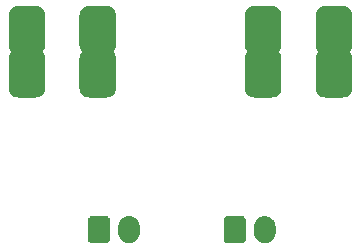
<source format=gbr>
G04 #@! TF.GenerationSoftware,KiCad,Pcbnew,7.0.8*
G04 #@! TF.CreationDate,2024-01-11T23:18:01-05:00*
G04 #@! TF.ProjectId,cm300-board,636d3330-302d-4626-9f61-72642e6b6963,rev?*
G04 #@! TF.SameCoordinates,Original*
G04 #@! TF.FileFunction,Soldermask,Bot*
G04 #@! TF.FilePolarity,Negative*
%FSLAX46Y46*%
G04 Gerber Fmt 4.6, Leading zero omitted, Abs format (unit mm)*
G04 Created by KiCad (PCBNEW 7.0.8) date 2024-01-11 23:18:01*
%MOMM*%
%LPD*%
G01*
G04 APERTURE LIST*
G04 APERTURE END LIST*
G36*
X-992351086Y1039470005D02*
G01*
X-992335270Y1039463021D01*
X-992327468Y1039461786D01*
X-992294967Y1039445226D01*
X-992249894Y1039425324D01*
X-992171676Y1039347106D01*
X-992151776Y1039302039D01*
X-992135213Y1039269531D01*
X-992133976Y1039261726D01*
X-992126995Y1039245914D01*
X-992119000Y1039177000D01*
X-992119000Y1037487000D01*
X-992126995Y1037418086D01*
X-992133976Y1037402274D01*
X-992135213Y1037394468D01*
X-992151780Y1037361953D01*
X-992171676Y1037316894D01*
X-992249894Y1037238676D01*
X-992294953Y1037218780D01*
X-992327468Y1037202213D01*
X-992335274Y1037200976D01*
X-992351086Y1037193995D01*
X-992420000Y1037186000D01*
X-992429836Y1037186000D01*
X-993650162Y1037186000D01*
X-993660000Y1037186000D01*
X-993728914Y1037193995D01*
X-993744726Y1037200976D01*
X-993752531Y1037202213D01*
X-993785039Y1037218776D01*
X-993830106Y1037238676D01*
X-993908324Y1037316894D01*
X-993928226Y1037361967D01*
X-993944786Y1037394468D01*
X-993946021Y1037402270D01*
X-993953005Y1037418086D01*
X-993961000Y1037487000D01*
X-993961000Y1039177000D01*
X-993953005Y1039245914D01*
X-993946021Y1039261729D01*
X-993944786Y1039269531D01*
X-993928229Y1039302024D01*
X-993908324Y1039347106D01*
X-993830106Y1039425324D01*
X-993785024Y1039445229D01*
X-993752531Y1039461786D01*
X-993744729Y1039463021D01*
X-993728914Y1039470005D01*
X-993660000Y1039478000D01*
X-992420000Y1039478000D01*
X-992351086Y1039470005D01*
G37*
G36*
X-980851086Y1039470005D02*
G01*
X-980835270Y1039463021D01*
X-980827468Y1039461786D01*
X-980794967Y1039445226D01*
X-980749894Y1039425324D01*
X-980671676Y1039347106D01*
X-980651776Y1039302039D01*
X-980635213Y1039269531D01*
X-980633976Y1039261726D01*
X-980626995Y1039245914D01*
X-980619000Y1039177000D01*
X-980619000Y1037487000D01*
X-980626995Y1037418086D01*
X-980633976Y1037402274D01*
X-980635213Y1037394468D01*
X-980651780Y1037361953D01*
X-980671676Y1037316894D01*
X-980749894Y1037238676D01*
X-980794953Y1037218780D01*
X-980827468Y1037202213D01*
X-980835274Y1037200976D01*
X-980851086Y1037193995D01*
X-980920000Y1037186000D01*
X-980929836Y1037186000D01*
X-982150162Y1037186000D01*
X-982160000Y1037186000D01*
X-982228914Y1037193995D01*
X-982244726Y1037200976D01*
X-982252531Y1037202213D01*
X-982285039Y1037218776D01*
X-982330106Y1037238676D01*
X-982408324Y1037316894D01*
X-982428226Y1037361967D01*
X-982444786Y1037394468D01*
X-982446021Y1037402270D01*
X-982453005Y1037418086D01*
X-982461000Y1037487000D01*
X-982461000Y1039177000D01*
X-982453005Y1039245914D01*
X-982446021Y1039261729D01*
X-982444786Y1039269531D01*
X-982428229Y1039302024D01*
X-982408324Y1039347106D01*
X-982330106Y1039425324D01*
X-982285024Y1039445229D01*
X-982252531Y1039461786D01*
X-982244729Y1039463021D01*
X-982228914Y1039470005D01*
X-982160000Y1039478000D01*
X-980920000Y1039478000D01*
X-980851086Y1039470005D01*
G37*
G36*
X-990454923Y1039472955D02*
G01*
X-990403729Y1039472955D01*
X-990359520Y1039463558D01*
X-990320442Y1039459709D01*
X-990271344Y1039444815D01*
X-990215395Y1039432923D01*
X-990179595Y1039416984D01*
X-990147777Y1039407332D01*
X-990097205Y1039380301D01*
X-990039500Y1039354609D01*
X-990012674Y1039335118D01*
X-989988656Y1039322281D01*
X-989939660Y1039282071D01*
X-989883731Y1039241436D01*
X-989865570Y1039221266D01*
X-989849182Y1039207817D01*
X-989805143Y1039154156D01*
X-989754895Y1039098350D01*
X-989744338Y1039080065D01*
X-989734718Y1039068343D01*
X-989699126Y1039001755D01*
X-989658625Y1038931604D01*
X-989653965Y1038917264D01*
X-989649667Y1038909222D01*
X-989625972Y1038831109D01*
X-989599126Y1038748487D01*
X-989598180Y1038739493D01*
X-989597290Y1038736557D01*
X-989588616Y1038648491D01*
X-989579000Y1038557000D01*
X-989579000Y1038107000D01*
X-989588614Y1038015523D01*
X-989597290Y1037927442D01*
X-989598180Y1037924505D01*
X-989599126Y1037915513D01*
X-989625967Y1037832904D01*
X-989649667Y1037754777D01*
X-989653966Y1037746732D01*
X-989658625Y1037732396D01*
X-989699119Y1037662256D01*
X-989734718Y1037595656D01*
X-989744340Y1037583930D01*
X-989754895Y1037565650D01*
X-989805134Y1037509853D01*
X-989849182Y1037456182D01*
X-989865573Y1037442729D01*
X-989883731Y1037422564D01*
X-989939650Y1037381936D01*
X-989988656Y1037341718D01*
X-990012679Y1037328877D01*
X-990039500Y1037309391D01*
X-990097194Y1037283703D01*
X-990147777Y1037256667D01*
X-990179602Y1037247012D01*
X-990215395Y1037231077D01*
X-990271333Y1037219186D01*
X-990320442Y1037204290D01*
X-990359529Y1037200439D01*
X-990403729Y1037191045D01*
X-990454913Y1037191045D01*
X-990500000Y1037186604D01*
X-990545087Y1037191045D01*
X-990596271Y1037191045D01*
X-990640471Y1037200440D01*
X-990679557Y1037204290D01*
X-990728663Y1037219186D01*
X-990784605Y1037231077D01*
X-990820399Y1037247013D01*
X-990852222Y1037256667D01*
X-990902799Y1037283700D01*
X-990960500Y1037309391D01*
X-990987323Y1037328879D01*
X-991011343Y1037341718D01*
X-991060341Y1037381929D01*
X-991116269Y1037422564D01*
X-991134429Y1037442732D01*
X-991150817Y1037456182D01*
X-991194854Y1037509841D01*
X-991245105Y1037565650D01*
X-991255661Y1037583934D01*
X-991265281Y1037595656D01*
X-991300867Y1037662233D01*
X-991341375Y1037732396D01*
X-991346034Y1037746737D01*
X-991350332Y1037754777D01*
X-991374017Y1037832857D01*
X-991400874Y1037915513D01*
X-991401819Y1037924510D01*
X-991402709Y1037927442D01*
X-991411377Y1038015444D01*
X-991421000Y1038107000D01*
X-991421000Y1038557000D01*
X-991411375Y1038648570D01*
X-991402709Y1038736557D01*
X-991401819Y1038739488D01*
X-991400874Y1038748487D01*
X-991374012Y1038831156D01*
X-991350332Y1038909222D01*
X-991346035Y1038917259D01*
X-991341375Y1038931604D01*
X-991300859Y1039001778D01*
X-991265281Y1039068343D01*
X-991255663Y1039080061D01*
X-991245105Y1039098350D01*
X-991194844Y1039154169D01*
X-991150817Y1039207817D01*
X-991134432Y1039221263D01*
X-991116269Y1039241436D01*
X-991060330Y1039282077D01*
X-991011343Y1039322281D01*
X-990987328Y1039335116D01*
X-990960500Y1039354609D01*
X-990902788Y1039380304D01*
X-990852222Y1039407332D01*
X-990820406Y1039416983D01*
X-990784605Y1039432923D01*
X-990728652Y1039444816D01*
X-990679557Y1039459709D01*
X-990640479Y1039463558D01*
X-990596271Y1039472955D01*
X-990545077Y1039472955D01*
X-990500000Y1039477395D01*
X-990454923Y1039472955D01*
G37*
G36*
X-978954923Y1039472955D02*
G01*
X-978903729Y1039472955D01*
X-978859520Y1039463558D01*
X-978820442Y1039459709D01*
X-978771344Y1039444815D01*
X-978715395Y1039432923D01*
X-978679595Y1039416984D01*
X-978647777Y1039407332D01*
X-978597205Y1039380301D01*
X-978539500Y1039354609D01*
X-978512674Y1039335118D01*
X-978488656Y1039322281D01*
X-978439660Y1039282071D01*
X-978383731Y1039241436D01*
X-978365570Y1039221266D01*
X-978349182Y1039207817D01*
X-978305143Y1039154156D01*
X-978254895Y1039098350D01*
X-978244338Y1039080065D01*
X-978234718Y1039068343D01*
X-978199126Y1039001755D01*
X-978158625Y1038931604D01*
X-978153965Y1038917264D01*
X-978149667Y1038909222D01*
X-978125972Y1038831109D01*
X-978099126Y1038748487D01*
X-978098180Y1038739493D01*
X-978097290Y1038736557D01*
X-978088616Y1038648491D01*
X-978079000Y1038557000D01*
X-978079000Y1038107000D01*
X-978088614Y1038015523D01*
X-978097290Y1037927442D01*
X-978098180Y1037924505D01*
X-978099126Y1037915513D01*
X-978125967Y1037832904D01*
X-978149667Y1037754777D01*
X-978153966Y1037746732D01*
X-978158625Y1037732396D01*
X-978199119Y1037662256D01*
X-978234718Y1037595656D01*
X-978244340Y1037583930D01*
X-978254895Y1037565650D01*
X-978305134Y1037509853D01*
X-978349182Y1037456182D01*
X-978365573Y1037442729D01*
X-978383731Y1037422564D01*
X-978439650Y1037381936D01*
X-978488656Y1037341718D01*
X-978512679Y1037328877D01*
X-978539500Y1037309391D01*
X-978597194Y1037283703D01*
X-978647777Y1037256667D01*
X-978679602Y1037247012D01*
X-978715395Y1037231077D01*
X-978771333Y1037219186D01*
X-978820442Y1037204290D01*
X-978859529Y1037200439D01*
X-978903729Y1037191045D01*
X-978954913Y1037191045D01*
X-979000000Y1037186604D01*
X-979045087Y1037191045D01*
X-979096271Y1037191045D01*
X-979140471Y1037200440D01*
X-979179557Y1037204290D01*
X-979228663Y1037219186D01*
X-979284605Y1037231077D01*
X-979320399Y1037247013D01*
X-979352222Y1037256667D01*
X-979402799Y1037283700D01*
X-979460500Y1037309391D01*
X-979487323Y1037328879D01*
X-979511343Y1037341718D01*
X-979560341Y1037381929D01*
X-979616269Y1037422564D01*
X-979634429Y1037442732D01*
X-979650817Y1037456182D01*
X-979694854Y1037509841D01*
X-979745105Y1037565650D01*
X-979755661Y1037583934D01*
X-979765281Y1037595656D01*
X-979800867Y1037662233D01*
X-979841375Y1037732396D01*
X-979846034Y1037746737D01*
X-979850332Y1037754777D01*
X-979874017Y1037832857D01*
X-979900874Y1037915513D01*
X-979901819Y1037924510D01*
X-979902709Y1037927442D01*
X-979911377Y1038015444D01*
X-979921000Y1038107000D01*
X-979921000Y1038557000D01*
X-979911375Y1038648570D01*
X-979902709Y1038736557D01*
X-979901819Y1038739488D01*
X-979900874Y1038748487D01*
X-979874012Y1038831156D01*
X-979850332Y1038909222D01*
X-979846035Y1038917259D01*
X-979841375Y1038931604D01*
X-979800859Y1039001778D01*
X-979765281Y1039068343D01*
X-979755663Y1039080061D01*
X-979745105Y1039098350D01*
X-979694844Y1039154169D01*
X-979650817Y1039207817D01*
X-979634432Y1039221263D01*
X-979616269Y1039241436D01*
X-979560330Y1039282077D01*
X-979511343Y1039322281D01*
X-979487328Y1039335116D01*
X-979460500Y1039354609D01*
X-979402788Y1039380304D01*
X-979352222Y1039407332D01*
X-979320406Y1039416983D01*
X-979284605Y1039432923D01*
X-979228652Y1039444816D01*
X-979179557Y1039459709D01*
X-979140479Y1039463558D01*
X-979096271Y1039472955D01*
X-979045077Y1039472955D01*
X-979000000Y1039477395D01*
X-978954923Y1039472955D01*
G37*
G36*
X-998378584Y1057269713D02*
G01*
X-998266398Y1057260885D01*
X-998241849Y1057254307D01*
X-998211761Y1057250917D01*
X-998154762Y1057230972D01*
X-998103195Y1057217155D01*
X-998076714Y1057203662D01*
X-998042459Y1057191676D01*
X-997996443Y1057162762D01*
X-997954115Y1057141195D01*
X-997926397Y1057118749D01*
X-997890585Y1057096247D01*
X-997856421Y1057062083D01*
X-997824094Y1057035905D01*
X-997797915Y1057003577D01*
X-997763753Y1056969415D01*
X-997741251Y1056933603D01*
X-997718804Y1056905884D01*
X-997697235Y1056863552D01*
X-997668324Y1056817541D01*
X-997656338Y1056783289D01*
X-997642844Y1056756804D01*
X-997629024Y1056705229D01*
X-997609083Y1056648239D01*
X-997605693Y1056618155D01*
X-997599114Y1056593601D01*
X-997590282Y1056481386D01*
X-997589000Y1056470000D01*
X-997589000Y1053970000D01*
X-997590282Y1053958613D01*
X-997599114Y1053846398D01*
X-997605693Y1053821842D01*
X-997609083Y1053791761D01*
X-997629023Y1053734774D01*
X-997642844Y1053683195D01*
X-997656339Y1053656708D01*
X-997668324Y1053622459D01*
X-997697234Y1053576448D01*
X-997718803Y1053534118D01*
X-997741250Y1053506398D01*
X-997763753Y1053470585D01*
X-997797913Y1053436424D01*
X-997799663Y1053434264D01*
X-997799663Y1053345736D01*
X-997797913Y1053343575D01*
X-997763753Y1053309415D01*
X-997741248Y1053273598D01*
X-997718803Y1053245881D01*
X-997697237Y1053203555D01*
X-997668324Y1053157541D01*
X-997656338Y1053123288D01*
X-997642844Y1053096804D01*
X-997629024Y1053045229D01*
X-997609083Y1052988239D01*
X-997605693Y1052958155D01*
X-997599114Y1052933601D01*
X-997590282Y1052821386D01*
X-997589000Y1052810000D01*
X-997589000Y1050310000D01*
X-997590282Y1050298613D01*
X-997599114Y1050186398D01*
X-997605693Y1050161842D01*
X-997609083Y1050131761D01*
X-997629023Y1050074774D01*
X-997642844Y1050023195D01*
X-997656339Y1049996707D01*
X-997668324Y1049962459D01*
X-997697232Y1049916451D01*
X-997718804Y1049874115D01*
X-997741254Y1049846391D01*
X-997763753Y1049810585D01*
X-997797910Y1049776427D01*
X-997824094Y1049744094D01*
X-997856427Y1049717910D01*
X-997890585Y1049683753D01*
X-997926391Y1049661254D01*
X-997954115Y1049638804D01*
X-997996451Y1049617232D01*
X-998042459Y1049588324D01*
X-998076707Y1049576339D01*
X-998103195Y1049562844D01*
X-998154774Y1049549023D01*
X-998211761Y1049529083D01*
X-998241842Y1049525693D01*
X-998266398Y1049519114D01*
X-998378615Y1049510282D01*
X-998390000Y1049509000D01*
X-998394915Y1049509000D01*
X-999885083Y1049509000D01*
X-999890000Y1049509000D01*
X-999901388Y1049510283D01*
X-1000013601Y1049519114D01*
X-1000038155Y1049525693D01*
X-1000068239Y1049529083D01*
X-1000125229Y1049549024D01*
X-1000176804Y1049562844D01*
X-1000203289Y1049576338D01*
X-1000237541Y1049588324D01*
X-1000283552Y1049617235D01*
X-1000325884Y1049638804D01*
X-1000353603Y1049661251D01*
X-1000389415Y1049683753D01*
X-1000423577Y1049717915D01*
X-1000455905Y1049744094D01*
X-1000482083Y1049776421D01*
X-1000516247Y1049810585D01*
X-1000538749Y1049846397D01*
X-1000561195Y1049874115D01*
X-1000582762Y1049916443D01*
X-1000611676Y1049962459D01*
X-1000623662Y1049996714D01*
X-1000637155Y1050023195D01*
X-1000650972Y1050074762D01*
X-1000670917Y1050131761D01*
X-1000674307Y1050161849D01*
X-1000680885Y1050186398D01*
X-1000689713Y1050298586D01*
X-1000691000Y1050310000D01*
X-1000691000Y1052810000D01*
X-1000689713Y1052821417D01*
X-1000680885Y1052933601D01*
X-1000674307Y1052958149D01*
X-1000670917Y1052988239D01*
X-1000650971Y1053045241D01*
X-1000637155Y1053096804D01*
X-1000623663Y1053123282D01*
X-1000611676Y1053157541D01*
X-1000582757Y1053203564D01*
X-1000561196Y1053245881D01*
X-1000538756Y1053273591D01*
X-1000516247Y1053309415D01*
X-1000482077Y1053343584D01*
X-1000480336Y1053345735D01*
X-1000480336Y1053434265D01*
X-1000482077Y1053436415D01*
X-1000516247Y1053470585D01*
X-1000538754Y1053506404D01*
X-1000561196Y1053534118D01*
X-1000582760Y1053576439D01*
X-1000611676Y1053622459D01*
X-1000623662Y1053656714D01*
X-1000637155Y1053683195D01*
X-1000650972Y1053734762D01*
X-1000670917Y1053791761D01*
X-1000674307Y1053821849D01*
X-1000680885Y1053846398D01*
X-1000689713Y1053958586D01*
X-1000691000Y1053970000D01*
X-1000691000Y1056470000D01*
X-1000689713Y1056481417D01*
X-1000680885Y1056593601D01*
X-1000674307Y1056618149D01*
X-1000670917Y1056648239D01*
X-1000650971Y1056705241D01*
X-1000637155Y1056756804D01*
X-1000623663Y1056783282D01*
X-1000611676Y1056817541D01*
X-1000582759Y1056863561D01*
X-1000561195Y1056905884D01*
X-1000538752Y1056933598D01*
X-1000516247Y1056969415D01*
X-1000482079Y1057003582D01*
X-1000455905Y1057035905D01*
X-1000423582Y1057062079D01*
X-1000389415Y1057096247D01*
X-1000353598Y1057118752D01*
X-1000325884Y1057141195D01*
X-1000283561Y1057162759D01*
X-1000237541Y1057191676D01*
X-1000203282Y1057203663D01*
X-1000176804Y1057217155D01*
X-1000125241Y1057230971D01*
X-1000068239Y1057250917D01*
X-1000038149Y1057254307D01*
X-1000013601Y1057260885D01*
X-999901415Y1057269713D01*
X-999890000Y1057271000D01*
X-998390000Y1057271000D01*
X-998378584Y1057269713D01*
G37*
G36*
X-992378584Y1057269713D02*
G01*
X-992266398Y1057260885D01*
X-992241849Y1057254307D01*
X-992211761Y1057250917D01*
X-992154762Y1057230972D01*
X-992103195Y1057217155D01*
X-992076714Y1057203662D01*
X-992042459Y1057191676D01*
X-991996443Y1057162762D01*
X-991954115Y1057141195D01*
X-991926397Y1057118749D01*
X-991890585Y1057096247D01*
X-991856421Y1057062083D01*
X-991824094Y1057035905D01*
X-991797915Y1057003577D01*
X-991763753Y1056969415D01*
X-991741251Y1056933603D01*
X-991718804Y1056905884D01*
X-991697235Y1056863552D01*
X-991668324Y1056817541D01*
X-991656338Y1056783289D01*
X-991642844Y1056756804D01*
X-991629024Y1056705229D01*
X-991609083Y1056648239D01*
X-991605693Y1056618155D01*
X-991599114Y1056593601D01*
X-991590282Y1056481386D01*
X-991589000Y1056470000D01*
X-991589000Y1053970000D01*
X-991590282Y1053958613D01*
X-991599114Y1053846398D01*
X-991605693Y1053821842D01*
X-991609083Y1053791761D01*
X-991629023Y1053734774D01*
X-991642844Y1053683195D01*
X-991656339Y1053656708D01*
X-991668324Y1053622459D01*
X-991697234Y1053576448D01*
X-991718803Y1053534118D01*
X-991741250Y1053506398D01*
X-991763753Y1053470585D01*
X-991797913Y1053436424D01*
X-991799663Y1053434264D01*
X-991799663Y1053345736D01*
X-991797913Y1053343575D01*
X-991763753Y1053309415D01*
X-991741248Y1053273598D01*
X-991718803Y1053245881D01*
X-991697237Y1053203555D01*
X-991668324Y1053157541D01*
X-991656338Y1053123288D01*
X-991642844Y1053096804D01*
X-991629024Y1053045229D01*
X-991609083Y1052988239D01*
X-991605693Y1052958155D01*
X-991599114Y1052933601D01*
X-991590282Y1052821386D01*
X-991589000Y1052810000D01*
X-991589000Y1050310000D01*
X-991590282Y1050298613D01*
X-991599114Y1050186398D01*
X-991605693Y1050161842D01*
X-991609083Y1050131761D01*
X-991629023Y1050074774D01*
X-991642844Y1050023195D01*
X-991656339Y1049996707D01*
X-991668324Y1049962459D01*
X-991697232Y1049916451D01*
X-991718804Y1049874115D01*
X-991741254Y1049846391D01*
X-991763753Y1049810585D01*
X-991797910Y1049776427D01*
X-991824094Y1049744094D01*
X-991856427Y1049717910D01*
X-991890585Y1049683753D01*
X-991926391Y1049661254D01*
X-991954115Y1049638804D01*
X-991996451Y1049617232D01*
X-992042459Y1049588324D01*
X-992076707Y1049576339D01*
X-992103195Y1049562844D01*
X-992154774Y1049549023D01*
X-992211761Y1049529083D01*
X-992241842Y1049525693D01*
X-992266398Y1049519114D01*
X-992378615Y1049510282D01*
X-992390000Y1049509000D01*
X-992394915Y1049509000D01*
X-993885083Y1049509000D01*
X-993890000Y1049509000D01*
X-993901388Y1049510283D01*
X-994013601Y1049519114D01*
X-994038155Y1049525693D01*
X-994068239Y1049529083D01*
X-994125229Y1049549024D01*
X-994176804Y1049562844D01*
X-994203289Y1049576338D01*
X-994237541Y1049588324D01*
X-994283552Y1049617235D01*
X-994325884Y1049638804D01*
X-994353603Y1049661251D01*
X-994389415Y1049683753D01*
X-994423577Y1049717915D01*
X-994455905Y1049744094D01*
X-994482083Y1049776421D01*
X-994516247Y1049810585D01*
X-994538749Y1049846397D01*
X-994561195Y1049874115D01*
X-994582762Y1049916443D01*
X-994611676Y1049962459D01*
X-994623662Y1049996714D01*
X-994637155Y1050023195D01*
X-994650972Y1050074762D01*
X-994670917Y1050131761D01*
X-994674307Y1050161849D01*
X-994680885Y1050186398D01*
X-994689713Y1050298586D01*
X-994691000Y1050310000D01*
X-994691000Y1052810000D01*
X-994689713Y1052821417D01*
X-994680885Y1052933601D01*
X-994674307Y1052958149D01*
X-994670917Y1052988239D01*
X-994650971Y1053045241D01*
X-994637155Y1053096804D01*
X-994623663Y1053123282D01*
X-994611676Y1053157541D01*
X-994582757Y1053203564D01*
X-994561196Y1053245881D01*
X-994538756Y1053273591D01*
X-994516247Y1053309415D01*
X-994482077Y1053343584D01*
X-994480336Y1053345735D01*
X-994480336Y1053434265D01*
X-994482077Y1053436415D01*
X-994516247Y1053470585D01*
X-994538754Y1053506404D01*
X-994561196Y1053534118D01*
X-994582760Y1053576439D01*
X-994611676Y1053622459D01*
X-994623662Y1053656714D01*
X-994637155Y1053683195D01*
X-994650972Y1053734762D01*
X-994670917Y1053791761D01*
X-994674307Y1053821849D01*
X-994680885Y1053846398D01*
X-994689713Y1053958586D01*
X-994691000Y1053970000D01*
X-994691000Y1056470000D01*
X-994689713Y1056481417D01*
X-994680885Y1056593601D01*
X-994674307Y1056618149D01*
X-994670917Y1056648239D01*
X-994650971Y1056705241D01*
X-994637155Y1056756804D01*
X-994623663Y1056783282D01*
X-994611676Y1056817541D01*
X-994582759Y1056863561D01*
X-994561195Y1056905884D01*
X-994538752Y1056933598D01*
X-994516247Y1056969415D01*
X-994482079Y1057003582D01*
X-994455905Y1057035905D01*
X-994423582Y1057062079D01*
X-994389415Y1057096247D01*
X-994353598Y1057118752D01*
X-994325884Y1057141195D01*
X-994283561Y1057162759D01*
X-994237541Y1057191676D01*
X-994203282Y1057203663D01*
X-994176804Y1057217155D01*
X-994125241Y1057230971D01*
X-994068239Y1057250917D01*
X-994038149Y1057254307D01*
X-994013601Y1057260885D01*
X-993901415Y1057269713D01*
X-993890000Y1057271000D01*
X-992390000Y1057271000D01*
X-992378584Y1057269713D01*
G37*
G36*
X-978378584Y1057269713D02*
G01*
X-978266398Y1057260885D01*
X-978241849Y1057254307D01*
X-978211761Y1057250917D01*
X-978154762Y1057230972D01*
X-978103195Y1057217155D01*
X-978076714Y1057203662D01*
X-978042459Y1057191676D01*
X-977996443Y1057162762D01*
X-977954115Y1057141195D01*
X-977926397Y1057118749D01*
X-977890585Y1057096247D01*
X-977856421Y1057062083D01*
X-977824094Y1057035905D01*
X-977797915Y1057003577D01*
X-977763753Y1056969415D01*
X-977741251Y1056933603D01*
X-977718804Y1056905884D01*
X-977697235Y1056863552D01*
X-977668324Y1056817541D01*
X-977656338Y1056783289D01*
X-977642844Y1056756804D01*
X-977629024Y1056705229D01*
X-977609083Y1056648239D01*
X-977605693Y1056618155D01*
X-977599114Y1056593601D01*
X-977590282Y1056481386D01*
X-977589000Y1056470000D01*
X-977589000Y1053970000D01*
X-977590282Y1053958613D01*
X-977599114Y1053846398D01*
X-977605693Y1053821842D01*
X-977609083Y1053791761D01*
X-977629023Y1053734774D01*
X-977642844Y1053683195D01*
X-977656339Y1053656708D01*
X-977668324Y1053622459D01*
X-977697234Y1053576448D01*
X-977718803Y1053534118D01*
X-977741250Y1053506398D01*
X-977763753Y1053470585D01*
X-977797913Y1053436424D01*
X-977799663Y1053434264D01*
X-977799663Y1053345736D01*
X-977797913Y1053343575D01*
X-977763753Y1053309415D01*
X-977741248Y1053273598D01*
X-977718803Y1053245881D01*
X-977697237Y1053203555D01*
X-977668324Y1053157541D01*
X-977656338Y1053123288D01*
X-977642844Y1053096804D01*
X-977629024Y1053045229D01*
X-977609083Y1052988239D01*
X-977605693Y1052958155D01*
X-977599114Y1052933601D01*
X-977590282Y1052821386D01*
X-977589000Y1052810000D01*
X-977589000Y1050310000D01*
X-977590282Y1050298613D01*
X-977599114Y1050186398D01*
X-977605693Y1050161842D01*
X-977609083Y1050131761D01*
X-977629023Y1050074774D01*
X-977642844Y1050023195D01*
X-977656339Y1049996707D01*
X-977668324Y1049962459D01*
X-977697232Y1049916451D01*
X-977718804Y1049874115D01*
X-977741254Y1049846391D01*
X-977763753Y1049810585D01*
X-977797910Y1049776427D01*
X-977824094Y1049744094D01*
X-977856427Y1049717910D01*
X-977890585Y1049683753D01*
X-977926391Y1049661254D01*
X-977954115Y1049638804D01*
X-977996451Y1049617232D01*
X-978042459Y1049588324D01*
X-978076707Y1049576339D01*
X-978103195Y1049562844D01*
X-978154774Y1049549023D01*
X-978211761Y1049529083D01*
X-978241842Y1049525693D01*
X-978266398Y1049519114D01*
X-978378615Y1049510282D01*
X-978390000Y1049509000D01*
X-978394915Y1049509000D01*
X-979885083Y1049509000D01*
X-979890000Y1049509000D01*
X-979901388Y1049510283D01*
X-980013601Y1049519114D01*
X-980038155Y1049525693D01*
X-980068239Y1049529083D01*
X-980125229Y1049549024D01*
X-980176804Y1049562844D01*
X-980203289Y1049576338D01*
X-980237541Y1049588324D01*
X-980283552Y1049617235D01*
X-980325884Y1049638804D01*
X-980353603Y1049661251D01*
X-980389415Y1049683753D01*
X-980423577Y1049717915D01*
X-980455905Y1049744094D01*
X-980482083Y1049776421D01*
X-980516247Y1049810585D01*
X-980538749Y1049846397D01*
X-980561195Y1049874115D01*
X-980582762Y1049916443D01*
X-980611676Y1049962459D01*
X-980623662Y1049996714D01*
X-980637155Y1050023195D01*
X-980650972Y1050074762D01*
X-980670917Y1050131761D01*
X-980674307Y1050161849D01*
X-980680885Y1050186398D01*
X-980689713Y1050298586D01*
X-980691000Y1050310000D01*
X-980691000Y1052810000D01*
X-980689713Y1052821417D01*
X-980680885Y1052933601D01*
X-980674307Y1052958149D01*
X-980670917Y1052988239D01*
X-980650971Y1053045241D01*
X-980637155Y1053096804D01*
X-980623663Y1053123282D01*
X-980611676Y1053157541D01*
X-980582757Y1053203564D01*
X-980561196Y1053245881D01*
X-980538756Y1053273591D01*
X-980516247Y1053309415D01*
X-980482077Y1053343584D01*
X-980480336Y1053345735D01*
X-980480336Y1053434265D01*
X-980482077Y1053436415D01*
X-980516247Y1053470585D01*
X-980538754Y1053506404D01*
X-980561196Y1053534118D01*
X-980582760Y1053576439D01*
X-980611676Y1053622459D01*
X-980623662Y1053656714D01*
X-980637155Y1053683195D01*
X-980650972Y1053734762D01*
X-980670917Y1053791761D01*
X-980674307Y1053821849D01*
X-980680885Y1053846398D01*
X-980689713Y1053958586D01*
X-980691000Y1053970000D01*
X-980691000Y1056470000D01*
X-980689713Y1056481417D01*
X-980680885Y1056593601D01*
X-980674307Y1056618149D01*
X-980670917Y1056648239D01*
X-980650971Y1056705241D01*
X-980637155Y1056756804D01*
X-980623663Y1056783282D01*
X-980611676Y1056817541D01*
X-980582759Y1056863561D01*
X-980561195Y1056905884D01*
X-980538752Y1056933598D01*
X-980516247Y1056969415D01*
X-980482079Y1057003582D01*
X-980455905Y1057035905D01*
X-980423582Y1057062079D01*
X-980389415Y1057096247D01*
X-980353598Y1057118752D01*
X-980325884Y1057141195D01*
X-980283561Y1057162759D01*
X-980237541Y1057191676D01*
X-980203282Y1057203663D01*
X-980176804Y1057217155D01*
X-980125241Y1057230971D01*
X-980068239Y1057250917D01*
X-980038149Y1057254307D01*
X-980013601Y1057260885D01*
X-979901415Y1057269713D01*
X-979890000Y1057271000D01*
X-978390000Y1057271000D01*
X-978378584Y1057269713D01*
G37*
G36*
X-972378584Y1057269713D02*
G01*
X-972266398Y1057260885D01*
X-972241849Y1057254307D01*
X-972211761Y1057250917D01*
X-972154762Y1057230972D01*
X-972103195Y1057217155D01*
X-972076714Y1057203662D01*
X-972042459Y1057191676D01*
X-971996443Y1057162762D01*
X-971954115Y1057141195D01*
X-971926397Y1057118749D01*
X-971890585Y1057096247D01*
X-971856421Y1057062083D01*
X-971824094Y1057035905D01*
X-971797915Y1057003577D01*
X-971763753Y1056969415D01*
X-971741251Y1056933603D01*
X-971718804Y1056905884D01*
X-971697235Y1056863552D01*
X-971668324Y1056817541D01*
X-971656338Y1056783289D01*
X-971642844Y1056756804D01*
X-971629024Y1056705229D01*
X-971609083Y1056648239D01*
X-971605693Y1056618155D01*
X-971599114Y1056593601D01*
X-971590282Y1056481386D01*
X-971589000Y1056470000D01*
X-971589000Y1053970000D01*
X-971590282Y1053958613D01*
X-971599114Y1053846398D01*
X-971605693Y1053821842D01*
X-971609083Y1053791761D01*
X-971629023Y1053734774D01*
X-971642844Y1053683195D01*
X-971656339Y1053656708D01*
X-971668324Y1053622459D01*
X-971697234Y1053576448D01*
X-971718803Y1053534118D01*
X-971741250Y1053506398D01*
X-971763753Y1053470585D01*
X-971797913Y1053436424D01*
X-971799663Y1053434264D01*
X-971799663Y1053345736D01*
X-971797913Y1053343575D01*
X-971763753Y1053309415D01*
X-971741248Y1053273598D01*
X-971718803Y1053245881D01*
X-971697237Y1053203555D01*
X-971668324Y1053157541D01*
X-971656338Y1053123288D01*
X-971642844Y1053096804D01*
X-971629024Y1053045229D01*
X-971609083Y1052988239D01*
X-971605693Y1052958155D01*
X-971599114Y1052933601D01*
X-971590282Y1052821386D01*
X-971589000Y1052810000D01*
X-971589000Y1050310000D01*
X-971590282Y1050298613D01*
X-971599114Y1050186398D01*
X-971605693Y1050161842D01*
X-971609083Y1050131761D01*
X-971629023Y1050074774D01*
X-971642844Y1050023195D01*
X-971656339Y1049996707D01*
X-971668324Y1049962459D01*
X-971697232Y1049916451D01*
X-971718804Y1049874115D01*
X-971741254Y1049846391D01*
X-971763753Y1049810585D01*
X-971797910Y1049776427D01*
X-971824094Y1049744094D01*
X-971856427Y1049717910D01*
X-971890585Y1049683753D01*
X-971926391Y1049661254D01*
X-971954115Y1049638804D01*
X-971996451Y1049617232D01*
X-972042459Y1049588324D01*
X-972076707Y1049576339D01*
X-972103195Y1049562844D01*
X-972154774Y1049549023D01*
X-972211761Y1049529083D01*
X-972241842Y1049525693D01*
X-972266398Y1049519114D01*
X-972378615Y1049510282D01*
X-972390000Y1049509000D01*
X-972394915Y1049509000D01*
X-973885083Y1049509000D01*
X-973890000Y1049509000D01*
X-973901388Y1049510283D01*
X-974013601Y1049519114D01*
X-974038155Y1049525693D01*
X-974068239Y1049529083D01*
X-974125229Y1049549024D01*
X-974176804Y1049562844D01*
X-974203289Y1049576338D01*
X-974237541Y1049588324D01*
X-974283552Y1049617235D01*
X-974325884Y1049638804D01*
X-974353603Y1049661251D01*
X-974389415Y1049683753D01*
X-974423577Y1049717915D01*
X-974455905Y1049744094D01*
X-974482083Y1049776421D01*
X-974516247Y1049810585D01*
X-974538749Y1049846397D01*
X-974561195Y1049874115D01*
X-974582762Y1049916443D01*
X-974611676Y1049962459D01*
X-974623662Y1049996714D01*
X-974637155Y1050023195D01*
X-974650972Y1050074762D01*
X-974670917Y1050131761D01*
X-974674307Y1050161849D01*
X-974680885Y1050186398D01*
X-974689713Y1050298586D01*
X-974691000Y1050310000D01*
X-974691000Y1052810000D01*
X-974689713Y1052821417D01*
X-974680885Y1052933601D01*
X-974674307Y1052958149D01*
X-974670917Y1052988239D01*
X-974650971Y1053045241D01*
X-974637155Y1053096804D01*
X-974623663Y1053123282D01*
X-974611676Y1053157541D01*
X-974582757Y1053203564D01*
X-974561196Y1053245881D01*
X-974538756Y1053273591D01*
X-974516247Y1053309415D01*
X-974482077Y1053343584D01*
X-974480336Y1053345735D01*
X-974480336Y1053434265D01*
X-974482077Y1053436415D01*
X-974516247Y1053470585D01*
X-974538754Y1053506404D01*
X-974561196Y1053534118D01*
X-974582760Y1053576439D01*
X-974611676Y1053622459D01*
X-974623662Y1053656714D01*
X-974637155Y1053683195D01*
X-974650972Y1053734762D01*
X-974670917Y1053791761D01*
X-974674307Y1053821849D01*
X-974680885Y1053846398D01*
X-974689713Y1053958586D01*
X-974691000Y1053970000D01*
X-974691000Y1056470000D01*
X-974689713Y1056481417D01*
X-974680885Y1056593601D01*
X-974674307Y1056618149D01*
X-974670917Y1056648239D01*
X-974650971Y1056705241D01*
X-974637155Y1056756804D01*
X-974623663Y1056783282D01*
X-974611676Y1056817541D01*
X-974582759Y1056863561D01*
X-974561195Y1056905884D01*
X-974538752Y1056933598D01*
X-974516247Y1056969415D01*
X-974482079Y1057003582D01*
X-974455905Y1057035905D01*
X-974423582Y1057062079D01*
X-974389415Y1057096247D01*
X-974353598Y1057118752D01*
X-974325884Y1057141195D01*
X-974283561Y1057162759D01*
X-974237541Y1057191676D01*
X-974203282Y1057203663D01*
X-974176804Y1057217155D01*
X-974125241Y1057230971D01*
X-974068239Y1057250917D01*
X-974038149Y1057254307D01*
X-974013601Y1057260885D01*
X-973901415Y1057269713D01*
X-973890000Y1057271000D01*
X-972390000Y1057271000D01*
X-972378584Y1057269713D01*
G37*
M02*

</source>
